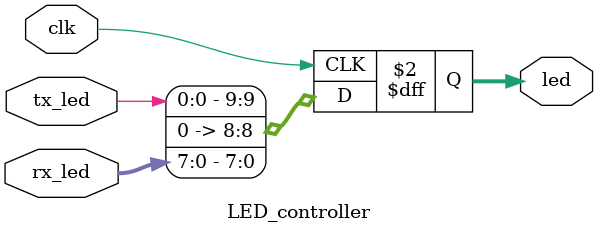
<source format=v>
`timescale 1ns / 1ps


module LED_controller(input [7:0] rx_led, input tx_led, clk, output reg [9:0] led);
always @(posedge clk) begin
led [7:0] <= rx_led;
led [8] <= 1'b0;
led [9] <= tx_led;
end
endmodule

</source>
